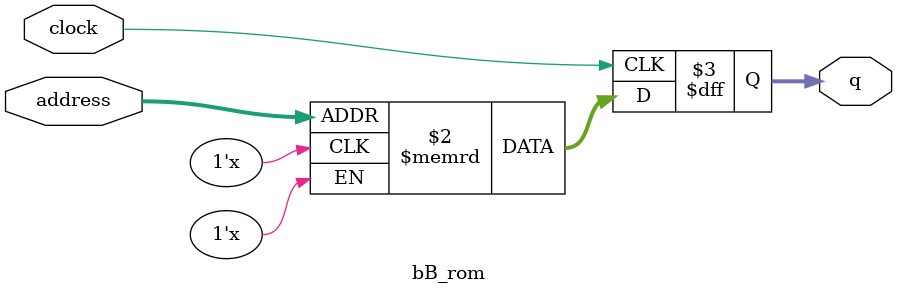
<source format=sv>
module bB_rom (
	input logic clock,
	input logic [11:0] address,
	output logic [3:0] q
);

logic [3:0] memory [0:3599] /* synthesis ram_init_file = "./bB/bB.COE" */;

always_ff @ (posedge clock) begin
	q <= memory[address];
end

endmodule

</source>
